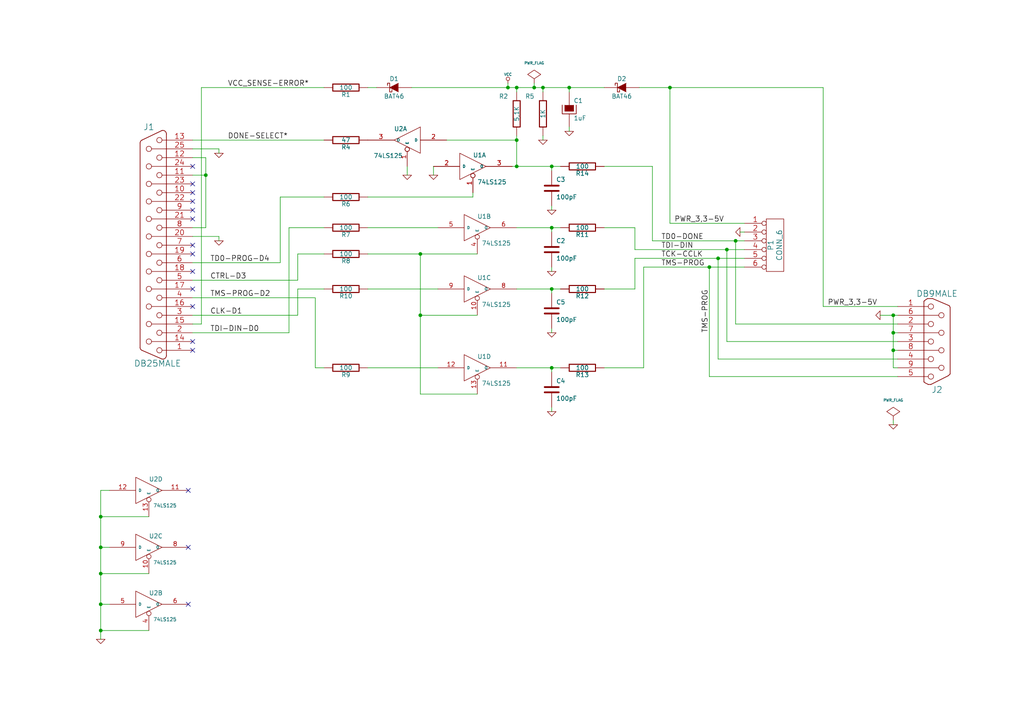
<source format=kicad_sch>
(kicad_sch (version 20230121) (generator eeschema)
  (paper "A4")
  (title_block (title "PARALLEL CABLE III") (date "Sun 22 Mar 2015") (rev "1"))
  (lib_symbols
    (symbol "sonde-xilinx_schlib:74LS125" (pin_names (offset 0.762))
      (property "Reference" "U" (at 0 2.54 0))
      (property "Value" "74LS125" (at 1.27 -3.81 0))
      (symbol "74LS125_0_0"
        (pin power_in line (at -3.81 3.81 270) (length 0) hide (name "VCC") (number "14"))
        (pin power_in line (at -3.81 -3.81 90) (length 0) hide (name "GND") (number "7"))
      )
      (symbol "74LS125_0_1"
        (polyline (pts (xy -3.81 3.81) (xy -3.81 -3.81) (xy 3.81 0) (xy -3.81 3.81)))
      )
      (symbol "74LS125_1_0"
        (pin input inverted (at 0 -7.62 90) (length 5.588) (name "E") (number "1"))
      )
      (symbol "74LS125_1_1"
        (pin input line (at -11.43 0 0) (length 7.62) (name "D") (number "2"))
        (pin tri_state line (at 11.43 0 180) (length 7.62) (name "O") (number "3"))
      )
      (symbol "74LS125_2_0"
        (pin input inverted (at 0 -7.62 90) (length 5.588) (name "E") (number "4"))
      )
      (symbol "74LS125_2_1"
        (pin input line (at -11.43 0 0) (length 7.62) (name "D") (number "5"))
        (pin tri_state line (at 11.43 0 180) (length 7.62) (name "O") (number "6"))
      )
      (symbol "74LS125_3_0"
        (pin input inverted (at 0 -7.62 90) (length 5.588) (name "E") (number "10"))
      )
      (symbol "74LS125_3_1"
        (pin tri_state line (at 11.43 0 180) (length 7.62) (name "O") (number "8"))
        (pin input line (at -11.43 0 0) (length 7.62) (name "D") (number "9"))
      )
      (symbol "74LS125_4_0"
        (pin input inverted (at 0 -7.62 90) (length 5.588) (name "E") (number "13"))
      )
      (symbol "74LS125_4_1"
        (pin tri_state line (at 11.43 0 180) (length 7.62) (name "O") (number "11"))
        (pin input line (at -11.43 0 0) (length 7.62) (name "D") (number "12"))
      )
    )
    (symbol "sonde-xilinx_schlib:C" (pin_numbers hide) (pin_names (offset 0.254))
      (property "Reference" "C" (at 0 2.54 0))
      (property "Value" "C" (at 0.1524 -2.159 0))
      (symbol "C_0_1"
        (polyline (pts (xy -2.032 -0.762) (xy 2.032 -0.762)) (stroke (width 0.508)))
        (polyline (pts (xy -2.032 0.762) (xy 2.032 0.762)) (stroke (width 0.508)))
      )
      (symbol "C_1_1"
        (pin passive line (at 0 5.08 270) (length 4.318) (name "~") (number "1"))
        (pin passive line (at 0 -5.08 90) (length 4.318) (name "~") (number "2"))
      )
    )
    (symbol "sonde-xilinx_schlib:CONN_6" (pin_names (offset 0.762) hide)
      (property "Reference" "P" (at -1.27 0 90))
      (property "Value" "CONN_6" (at 1.27 0 90))
      (symbol "CONN_6_0_1"
        (rectangle (start -2.54 7.62) (end 2.54 -7.62))
      )
      (symbol "CONN_6_1_1"
        (pin passive inverted (at -8.89 6.35 0) (length 6.35) (name "1") (number "1"))
        (pin passive inverted (at -8.89 3.81 0) (length 6.35) (name "2") (number "2"))
        (pin passive inverted (at -8.89 1.27 0) (length 6.35) (name "3") (number "3"))
        (pin passive inverted (at -8.89 -1.27 0) (length 6.35) (name "4") (number "4"))
        (pin passive inverted (at -8.89 -3.81 0) (length 6.35) (name "5") (number "5"))
        (pin passive inverted (at -8.89 -6.35 0) (length 6.35) (name "6") (number "6"))
      )
    )
    (symbol "sonde-xilinx_schlib:CP" (pin_numbers hide) (pin_names (offset 0.254) hide)
      (property "Reference" "C" (at 1.27 2.54 0))
      (property "Value" "CP" (at 1.27 -2.54 0))
      (symbol "CP_0_1"
        (polyline (pts (xy -2.032 1.27) (xy -2.032 -1.27) (xy 2.032 -1.27) (xy 2.032 1.27)) (stroke (width 0.2032)))
        (polyline (pts (xy -1.27 1.27) (xy -1.27 -0.508) (xy 1.27 -0.508) (xy 1.27 1.27)) (fill (type outline)))
      )
      (symbol "CP_1_1"
        (pin passive line (at 0 5.08 270) (length 3.81) (name "~") (number "1"))
        (pin passive line (at 0 -5.08 90) (length 3.81) (name "~") (number "2"))
      )
    )
    (symbol "sonde-xilinx_schlib:DB25" (pin_names (offset 1.016) hide)
      (property "Reference" "J" (at 1.27 34.29 0))
      (property "Value" "DB25" (at -1.27 -34.29 0))
      (symbol "DB25_0_1"
        (arc (start -3.81 -32.004) (mid -3.4118 -32.8103) (end -2.54 -33.02) (stroke (width 0.2032)))
        (arc (start -2.54 33.274) (mid -3.4192 33.0712) (end -3.81 32.258) (stroke (width 0.2032)))
        (circle (center -1.778 -30.48) (radius 0.762))
        (circle (center -1.778 -25.4) (radius 0.762))
        (circle (center -1.778 -20.32) (radius 0.762))
        (circle (center -1.778 -15.24) (radius 0.762))
        (circle (center -1.778 -10.16) (radius 0.762))
        (circle (center -1.778 -5.08) (radius 0.762))
        (circle (center -1.778 0) (radius 0.762))
        (circle (center -1.778 5.08) (radius 0.762))
        (circle (center -1.778 10.16) (radius 0.762))
        (circle (center -1.778 15.24) (radius 0.762))
        (circle (center -1.778 20.32) (radius 0.762))
        (circle (center -1.778 25.4) (radius 0.762))
        (circle (center -1.778 30.48) (radius 0.762))
        (polyline (pts (xy -3.81 -32.004) (xy -3.81 32.258)) (stroke (width 0.2032)))
        (polyline (pts (xy -3.81 -30.48) (xy -2.54 -30.48)))
        (polyline (pts (xy -3.81 -27.94) (xy 0.508 -27.94)))
        (polyline (pts (xy -3.81 -25.4) (xy -2.54 -25.4)))
        (polyline (pts (xy -3.81 -22.86) (xy 0.508 -22.86)))
        (polyline (pts (xy -3.81 -20.32) (xy -2.54 -20.32)))
        (polyline (pts (xy -3.81 -17.78) (xy 0.508 -17.78)))
        (polyline (pts (xy -3.81 -15.24) (xy -2.54 -15.24)))
        (polyline (pts (xy -3.81 -12.7) (xy 0.508 -12.7)))
        (polyline (pts (xy -3.81 -10.16) (xy -2.54 -10.16)))
        (polyline (pts (xy -3.81 -7.62) (xy 0.508 -7.62)))
        (polyline (pts (xy -3.81 -5.08) (xy -2.54 -5.08)))
        (polyline (pts (xy -3.81 -2.54) (xy 0.508 -2.54)))
        (polyline (pts (xy -3.81 0) (xy -2.54 0)))
        (polyline (pts (xy -3.81 2.54) (xy 0.508 2.54)))
        (polyline (pts (xy -3.81 5.08) (xy -2.54 5.08)))
        (polyline (pts (xy -3.81 7.62) (xy 0.508 7.62)))
        (polyline (pts (xy -3.81 10.16) (xy -2.54 10.16)))
        (polyline (pts (xy -3.81 12.7) (xy 0.508 12.7)))
        (polyline (pts (xy -3.81 15.24) (xy -2.54 15.24)))
        (polyline (pts (xy -3.81 17.78) (xy 0.508 17.78)))
        (polyline (pts (xy -3.81 20.32) (xy -2.54 20.32)))
        (polyline (pts (xy -3.81 22.86) (xy 0.508 22.86)))
        (polyline (pts (xy -3.81 25.4) (xy -2.54 25.4)))
        (polyline (pts (xy -3.81 27.94) (xy 0.508 27.94)))
        (polyline (pts (xy -3.81 30.48) (xy -2.54 30.48)))
        (polyline (pts (xy -2.54 -33.02) (xy 3.302 -30.48)) (stroke (width 0.2032)))
        (polyline (pts (xy 3.302 30.48) (xy -2.54 33.274)) (stroke (width 0.2032)))
        (polyline (pts (xy 3.81 -29.718) (xy 3.81 29.718)) (stroke (width 0.2032)))
        (circle (center 1.27 -27.94) (radius 0.762))
        (circle (center 1.27 -22.86) (radius 0.762))
        (circle (center 1.27 -17.78) (radius 0.762))
        (circle (center 1.27 -12.7) (radius 0.762))
        (circle (center 1.27 -7.62) (radius 0.762))
        (circle (center 1.27 -2.54) (radius 0.762))
        (circle (center 1.27 2.54) (radius 0.762))
        (circle (center 1.27 7.62) (radius 0.762))
        (circle (center 1.27 12.7) (radius 0.762))
        (circle (center 1.27 17.78) (radius 0.762))
        (circle (center 1.27 22.86) (radius 0.762))
        (circle (center 1.27 27.94) (radius 0.762))
        (arc (start 3.302 -30.48) (mid 3.6653 -30.1718) (end 3.81 -29.718) (stroke (width 0.2032)))
        (arc (start 3.7846 29.718) (mid 3.654 30.1598) (end 3.302 30.4546) (stroke (width 0.2032)))
      )
      (symbol "DB25_1_1"
        (pin passive line (at -11.43 -30.48 0) (length 7.62) (name "1") (number "1"))
        (pin passive line (at -11.43 15.24 0) (length 7.62) (name "10") (number "10"))
        (pin passive line (at -11.43 20.32 0) (length 7.62) (name "11") (number "11"))
        (pin passive line (at -11.43 25.4 0) (length 7.62) (name "12") (number "12"))
        (pin passive line (at -11.43 30.48 0) (length 7.62) (name "13") (number "13"))
        (pin passive line (at -11.43 -27.94 0) (length 7.62) (name "P14") (number "14"))
        (pin passive line (at -11.43 -22.86 0) (length 7.62) (name "P15") (number "15"))
        (pin passive line (at -11.43 -17.78 0) (length 7.62) (name "P16") (number "16"))
        (pin passive line (at -11.43 -12.7 0) (length 7.62) (name "P17") (number "17"))
        (pin passive line (at -11.43 -7.62 0) (length 7.62) (name "P18") (number "18"))
        (pin passive line (at -11.43 -2.54 0) (length 7.62) (name "P19") (number "19"))
        (pin passive line (at -11.43 -25.4 0) (length 7.62) (name "2") (number "2"))
        (pin passive line (at -11.43 2.54 0) (length 7.62) (name "P20") (number "20"))
        (pin passive line (at -11.43 7.62 0) (length 7.62) (name "P21") (number "21"))
        (pin passive line (at -11.43 12.7 0) (length 7.62) (name "P22") (number "22"))
        (pin passive line (at -11.43 17.78 0) (length 7.62) (name "P23") (number "23"))
        (pin passive line (at -11.43 22.86 0) (length 7.62) (name "P24") (number "24"))
        (pin passive line (at -11.43 27.94 0) (length 7.62) (name "P25") (number "25"))
        (pin passive line (at -11.43 -20.32 0) (length 7.62) (name "3") (number "3"))
        (pin passive line (at -11.43 -15.24 0) (length 7.62) (name "4") (number "4"))
        (pin passive line (at -11.43 -10.16 0) (length 7.62) (name "5") (number "5"))
        (pin passive line (at -11.43 -5.08 0) (length 7.62) (name "6") (number "6"))
        (pin passive line (at -11.43 0 0) (length 7.62) (name "7") (number "7"))
        (pin passive line (at -11.43 5.08 0) (length 7.62) (name "8") (number "8"))
        (pin passive line (at -11.43 10.16 0) (length 7.62) (name "9") (number "9"))
      )
    )
    (symbol "sonde-xilinx_schlib:DB9" (pin_names (offset 1.016) hide)
      (property "Reference" "J" (at 0 13.97 0))
      (property "Value" "DB9" (at 0 -13.97 0))
      (symbol "DB9_0_1"
        (circle (center -1.778 -10.16) (radius 0.762))
        (circle (center -1.778 -5.08) (radius 0.762))
        (circle (center -1.778 0) (radius 0.762))
        (circle (center -1.778 5.08) (radius 0.762))
        (circle (center -1.778 10.16) (radius 0.762))
        (polyline (pts (xy -3.81 -11.684) (xy -3.81 11.684)) (stroke (width 0.2032)))
        (polyline (pts (xy -3.81 -11.6586) (xy -3.556 -11.938)) (stroke (width 0.2032)))
        (polyline (pts (xy -3.81 -10.16) (xy -2.54 -10.16)))
        (polyline (pts (xy -3.81 -7.62) (xy 0.508 -7.62)))
        (polyline (pts (xy -3.81 -5.08) (xy -2.54 -5.08)))
        (polyline (pts (xy -3.81 -2.54) (xy 0.508 -2.54)))
        (polyline (pts (xy -3.81 0) (xy -2.54 0)))
        (polyline (pts (xy -3.81 2.54) (xy 0.508 2.54)))
        (polyline (pts (xy -3.81 5.08) (xy -2.54 5.08)))
        (polyline (pts (xy -3.81 7.62) (xy 0.508 7.62)))
        (polyline (pts (xy -3.81 10.16) (xy -2.54 10.16)))
        (polyline (pts (xy -3.556 -11.938) (xy -2.794 -12.446)) (stroke (width 0.2032)))
        (polyline (pts (xy -3.556 11.938) (xy -3.81 11.684)) (stroke (width 0.2032)))
        (polyline (pts (xy -3.556 11.938) (xy -2.54 12.446)) (stroke (width 0.2032)))
        (polyline (pts (xy -2.794 -12.446) (xy -1.27 -12.446)) (stroke (width 0.2032)))
        (polyline (pts (xy -2.54 12.446) (xy -1.778 12.446)) (stroke (width 0.2032)))
        (polyline (pts (xy 3.2766 9.906) (xy -1.778 12.446)) (stroke (width 0.2032)))
        (polyline (pts (xy 3.2766 9.906) (xy 3.81 9.398)) (stroke (width 0.2032)))
        (polyline (pts (xy 3.556 -10.3886) (xy -1.27 -12.446)) (stroke (width 0.2032)))
        (polyline (pts (xy 3.81 -9.906) (xy 3.556 -10.3886)) (stroke (width 0.2032)))
        (polyline (pts (xy 3.81 9.398) (xy 3.81 -9.906)) (stroke (width 0.2032)))
        (circle (center 1.27 -7.62) (radius 0.762))
        (circle (center 1.27 -2.54) (radius 0.762))
        (circle (center 1.27 2.54) (radius 0.762))
        (circle (center 1.27 7.62) (radius 0.762))
      )
      (symbol "DB9_1_1"
        (pin passive line (at -11.43 -10.16 0) (length 7.62) (name "1") (number "1"))
        (pin passive line (at -11.43 -5.08 0) (length 7.62) (name "2") (number "2"))
        (pin passive line (at -11.43 0 0) (length 7.62) (name "3") (number "3"))
        (pin passive line (at -11.43 5.08 0) (length 7.62) (name "4") (number "4"))
        (pin passive line (at -11.43 10.16 0) (length 7.62) (name "5") (number "5"))
        (pin passive line (at -11.43 -7.62 0) (length 7.62) (name "P6") (number "6"))
        (pin passive line (at -11.43 -2.54 0) (length 7.62) (name "P7") (number "7"))
        (pin passive line (at -11.43 2.54 0) (length 7.62) (name "P8") (number "8"))
        (pin passive line (at -11.43 7.62 0) (length 7.62) (name "P9") (number "9"))
      )
    )
    (symbol "sonde-xilinx_schlib:DIODESCH" (pin_numbers hide) (pin_names (offset 1.016) hide)
      (property "Reference" "D" (at 0 2.54 0))
      (property "Value" "DIODESCH" (at 0 -2.54 0))
      (symbol "DIODESCH_0_1"
        (polyline (pts (xy -1.27 1.27) (xy 1.27 0) (xy -1.27 -1.27)) (fill (type outline)))
        (polyline (pts (xy 1.905 0.635) (xy 1.905 1.27) (xy 1.27 1.27) (xy 1.27 -1.27) (xy 0.635 -1.27) (xy 0.635 -0.635)) (stroke (width 0.2032)))
      )
      (symbol "DIODESCH_1_1"
        (pin passive line (at -5.08 0 0) (length 3.81) (name "A") (number "1"))
        (pin passive line (at 5.08 0 180) (length 3.81) (name "K") (number "2"))
      )
    )
    (symbol "sonde-xilinx_schlib:GND" (power) (pin_names (offset 0))
      (symbol "GND_0_1"
        (polyline (pts (xy -1.27 0) (xy 0 -1.27) (xy 1.27 0) (xy -1.27 0)))
      )
      (symbol "GND_1_1"
        (pin power_in line (at 0 0 90) (length 0) hide (name "GND") (number "1"))
      )
    )
    (symbol "sonde-xilinx_schlib:PWR_FLAG" (power) (pin_numbers hide) (pin_names (offset 0) hide)
      (property "Value" "PWR_FLAG" (at 0 4.572 0))
      (symbol "PWR_FLAG_0_0"
        (pin power_out line (at 0 0 90) (length 0) (name "pwr") (number "1"))
      )
      (symbol "PWR_FLAG_0_1"
        (polyline (pts (xy 0 0) (xy 0 1.27) (xy -1.905 2.54) (xy 0 3.81) (xy 1.905 2.54) (xy 0 1.27)))
      )
    )
    (symbol "sonde-xilinx_schlib:R" (pin_numbers hide) (pin_names (offset 0))
      (property "Reference" "R" (at 2.032 0 90))
      (property "Value" "R" (at 0.1778 0.0254 90))
      (symbol "R_0_1"
        (rectangle (start -1.016 3.81) (end 1.016 -3.81) (stroke (width 0.3048)))
      )
      (symbol "R_1_1"
        (pin passive line (at 0 6.35 270) (length 2.54) (name "~") (number "1"))
        (pin passive line (at 0 -6.35 90) (length 2.54) (name "~") (number "2"))
      )
    )
    (symbol "sonde-xilinx_schlib:VCC" (power) (pin_names (offset 0))
      (property "Value" "VCC" (at 0 2.54 0))
      (symbol "VCC_0_0"
        (pin power_in line (at 0 0 90) (length 0) hide (name "VCC") (number "1"))
      )
      (symbol "VCC_0_1"
        (polyline (pts (xy 0 0) (xy 0 0.762) (xy 0 0.762)))
        (circle (center 0 1.27) (radius 0.508))
      )
    )
  )
  (junction (at 121.92 73.66))
  (junction (at 29.21 158.75))
  (junction (at 259.08 91.44))
  (junction (at 160.02 66.04))
  (junction (at 121.92 91.44))
  (junction (at 213.36 69.85))
  (junction (at 194.31 25.4))
  (junction (at 208.28 74.93))
  (junction (at 157.48 25.4))
  (junction (at 165.1 25.4))
  (junction (at 259.08 96.52))
  (junction (at 149.86 40.64))
  (junction (at 160.02 83.82))
  (junction (at 154.94 25.4))
  (junction (at 29.21 166.37))
  (junction (at 210.82 72.39))
  (junction (at 29.21 175.26))
  (junction (at 160.02 48.26))
  (junction (at 147.32 25.4))
  (junction (at 59.69 50.8))
  (junction (at 149.86 25.4))
  (junction (at 205.74 77.47))
  (junction (at 259.08 101.6))
  (junction (at 160.02 106.68))
  (junction (at 149.86 48.26))
  (junction (at 29.21 182.88))
  (junction (at 29.21 149.86))
  (no_connect (at 55.88 71.12))
  (no_connect (at 54.61 158.75))
  (no_connect (at 55.88 58.42))
  (no_connect (at 55.88 63.5))
  (no_connect (at 55.88 99.06))
  (no_connect (at 55.88 88.9))
  (no_connect (at 54.61 175.26))
  (no_connect (at 55.88 53.34))
  (no_connect (at 55.88 48.26))
  (no_connect (at 55.88 101.6))
  (no_connect (at 55.88 73.66))
  (no_connect (at 55.88 60.96))
  (no_connect (at 55.88 83.82))
  (no_connect (at 55.88 55.88))
  (no_connect (at 54.61 142.24))
  (no_connect (at 55.88 78.74))
  (wire (pts (xy 119.38 25.4) (xy 147.32 25.4)))
  (wire (pts (xy 55.88 81.28) (xy 86.36 81.28)))
  (wire (pts (xy 29.21 166.37) (xy 43.18 166.37)))
  (wire (pts (xy 138.43 91.44) (xy 121.92 91.44)))
  (wire (pts (xy 238.76 25.4) (xy 238.76 88.9)))
  (wire (pts (xy 260.35 93.98) (xy 213.36 93.98)))
  (wire (pts (xy 208.28 104.14) (xy 208.28 74.93)))
  (wire (pts (xy 29.21 175.26) (xy 31.75 175.26)))
  (wire (pts (xy 160.02 78.74) (xy 160.02 77.47)))
  (wire (pts (xy 184.15 74.93) (xy 208.28 74.93)))
  (wire (pts (xy 184.15 66.04) (xy 175.26 66.04)))
  (wire (pts (xy 260.35 88.9) (xy 238.76 88.9)))
  (wire (pts (xy 29.21 182.88) (xy 43.18 182.88)))
  (wire (pts (xy 129.54 40.64) (xy 149.86 40.64)))
  (wire (pts (xy 63.5 44.45) (xy 63.5 43.18)))
  (wire (pts (xy 29.21 158.75) (xy 31.75 158.75)))
  (wire (pts (xy 127 106.68) (xy 106.68 106.68)))
  (wire (pts (xy 55.88 91.44) (xy 86.36 91.44)))
  (wire (pts (xy 149.86 40.64) (xy 149.86 48.26)))
  (wire (pts (xy 259.08 101.6) (xy 259.08 106.68)))
  (wire (pts (xy 149.86 83.82) (xy 160.02 83.82)))
  (wire (pts (xy 55.88 40.64) (xy 93.98 40.64)))
  (wire (pts (xy 63.5 69.85) (xy 63.5 68.58)))
  (wire (pts (xy 160.02 83.82) (xy 162.56 83.82)))
  (wire (pts (xy 194.31 25.4) (xy 238.76 25.4)))
  (wire (pts (xy 137.16 57.15) (xy 137.16 55.88)))
  (wire (pts (xy 149.86 66.04) (xy 160.02 66.04)))
  (wire (pts (xy 259.08 123.19) (xy 259.08 121.92)))
  (wire (pts (xy 154.94 24.13) (xy 154.94 25.4)))
  (wire (pts (xy 63.5 68.58) (xy 55.88 68.58)))
  (wire (pts (xy 55.88 96.52) (xy 83.82 96.52)))
  (wire (pts (xy 147.32 25.4) (xy 147.32 24.13)))
  (wire (pts (xy 86.36 83.82) (xy 93.98 83.82)))
  (wire (pts (xy 175.26 106.68) (xy 186.69 106.68)))
  (wire (pts (xy 260.35 96.52) (xy 259.08 96.52)))
  (wire (pts (xy 160.02 48.26) (xy 160.02 49.53)))
  (wire (pts (xy 93.98 106.68) (xy 91.44 106.68)))
  (wire (pts (xy 260.35 104.14) (xy 208.28 104.14)))
  (wire (pts (xy 160.02 107.95) (xy 160.02 106.68)))
  (wire (pts (xy 43.18 149.86) (xy 29.21 149.86)))
  (wire (pts (xy 205.74 77.47) (xy 215.9 77.47)))
  (wire (pts (xy 213.36 69.85) (xy 215.9 69.85)))
  (wire (pts (xy 160.02 85.09) (xy 160.02 83.82)))
  (wire (pts (xy 165.1 38.1) (xy 165.1 36.83)))
  (wire (pts (xy 29.21 142.24) (xy 29.21 149.86)))
  (wire (pts (xy 189.23 69.85) (xy 213.36 69.85)))
  (wire (pts (xy 184.15 83.82) (xy 175.26 83.82)))
  (wire (pts (xy 86.36 73.66) (xy 93.98 73.66)))
  (wire (pts (xy 29.21 166.37) (xy 29.21 175.26)))
  (wire (pts (xy 205.74 109.22) (xy 205.74 77.47)))
  (wire (pts (xy 259.08 91.44) (xy 259.08 96.52)))
  (wire (pts (xy 149.86 25.4) (xy 154.94 25.4)))
  (wire (pts (xy 208.28 74.93) (xy 215.9 74.93)))
  (wire (pts (xy 91.44 106.68) (xy 91.44 86.36)))
  (wire (pts (xy 149.86 48.26) (xy 160.02 48.26)))
  (wire (pts (xy 106.68 73.66) (xy 121.92 73.66)))
  (wire (pts (xy 186.69 106.68) (xy 186.69 77.47)))
  (wire (pts (xy 55.88 76.2) (xy 81.28 76.2)))
  (wire (pts (xy 83.82 96.52) (xy 83.82 66.04)))
  (wire (pts (xy 148.59 48.26) (xy 149.86 48.26)))
  (wire (pts (xy 29.21 175.26) (xy 29.21 182.88)))
  (wire (pts (xy 121.92 73.66) (xy 138.43 73.66)))
  (wire (pts (xy 259.08 96.52) (xy 259.08 101.6)))
  (wire (pts (xy 109.22 25.4) (xy 106.68 25.4)))
  (wire (pts (xy 63.5 43.18) (xy 55.88 43.18)))
  (wire (pts (xy 260.35 109.22) (xy 205.74 109.22)))
  (wire (pts (xy 121.92 91.44) (xy 121.92 114.3)))
  (wire (pts (xy 55.88 50.8) (xy 59.69 50.8)))
  (wire (pts (xy 59.69 45.72) (xy 55.88 45.72)))
  (wire (pts (xy 59.69 50.8) (xy 59.69 66.04)))
  (wire (pts (xy 59.69 45.72) (xy 59.69 50.8)))
  (wire (pts (xy 125.73 48.26) (xy 125.73 50.8)))
  (wire (pts (xy 58.42 25.4) (xy 58.42 93.98)))
  (wire (pts (xy 184.15 72.39) (xy 184.15 66.04)))
  (wire (pts (xy 29.21 158.75) (xy 29.21 166.37)))
  (wire (pts (xy 147.32 25.4) (xy 149.86 25.4)))
  (wire (pts (xy 160.02 60.96) (xy 160.02 59.69)))
  (wire (pts (xy 184.15 74.93) (xy 184.15 83.82)))
  (wire (pts (xy 214.63 67.31) (xy 215.9 67.31)))
  (wire (pts (xy 184.15 72.39) (xy 210.82 72.39)))
  (wire (pts (xy 157.48 25.4) (xy 157.48 26.67)))
  (wire (pts (xy 81.28 57.15) (xy 93.98 57.15)))
  (wire (pts (xy 185.42 25.4) (xy 194.31 25.4)))
  (wire (pts (xy 149.86 25.4) (xy 149.86 26.67)))
  (wire (pts (xy 259.08 101.6) (xy 260.35 101.6)))
  (wire (pts (xy 160.02 66.04) (xy 162.56 66.04)))
  (wire (pts (xy 58.42 93.98) (xy 55.88 93.98)))
  (wire (pts (xy 160.02 48.26) (xy 162.56 48.26)))
  (wire (pts (xy 210.82 72.39) (xy 215.9 72.39)))
  (wire (pts (xy 259.08 91.44) (xy 260.35 91.44)))
  (wire (pts (xy 213.36 93.98) (xy 213.36 69.85)))
  (wire (pts (xy 83.82 66.04) (xy 93.98 66.04)))
  (wire (pts (xy 106.68 57.15) (xy 137.16 57.15)))
  (wire (pts (xy 160.02 95.25) (xy 160.02 96.52)))
  (wire (pts (xy 86.36 91.44) (xy 86.36 83.82)))
  (wire (pts (xy 29.21 149.86) (xy 29.21 158.75)))
  (wire (pts (xy 189.23 69.85) (xy 189.23 48.26)))
  (wire (pts (xy 29.21 182.88) (xy 29.21 185.42)))
  (wire (pts (xy 118.11 50.8) (xy 118.11 48.26)))
  (wire (pts (xy 121.92 73.66) (xy 121.92 91.44)))
  (wire (pts (xy 189.23 48.26) (xy 175.26 48.26)))
  (wire (pts (xy 157.48 40.64) (xy 157.48 39.37)))
  (wire (pts (xy 149.86 106.68) (xy 160.02 106.68)))
  (wire (pts (xy 29.21 142.24) (xy 31.75 142.24)))
  (wire (pts (xy 160.02 67.31) (xy 160.02 66.04)))
  (wire (pts (xy 157.48 25.4) (xy 165.1 25.4)))
  (wire (pts (xy 59.69 66.04) (xy 55.88 66.04)))
  (wire (pts (xy 260.35 99.06) (xy 210.82 99.06)))
  (wire (pts (xy 160.02 118.11) (xy 160.02 119.38)))
  (wire (pts (xy 81.28 76.2) (xy 81.28 57.15)))
  (wire (pts (xy 91.44 86.36) (xy 55.88 86.36)))
  (wire (pts (xy 127 66.04) (xy 106.68 66.04)))
  (wire (pts (xy 259.08 106.68) (xy 260.35 106.68)))
  (wire (pts (xy 160.02 106.68) (xy 162.56 106.68)))
  (wire (pts (xy 165.1 25.4) (xy 165.1 26.67)))
  (wire (pts (xy 149.86 39.37) (xy 149.86 40.64)))
  (wire (pts (xy 127 83.82) (xy 106.68 83.82)))
  (wire (pts (xy 86.36 81.28) (xy 86.36 73.66)))
  (wire (pts (xy 58.42 25.4) (xy 93.98 25.4)))
  (wire (pts (xy 210.82 99.06) (xy 210.82 72.39)))
  (wire (pts (xy 255.27 91.44) (xy 259.08 91.44)))
  (wire (pts (xy 165.1 25.4) (xy 175.26 25.4)))
  (wire (pts (xy 121.92 114.3) (xy 138.43 114.3)))
  (wire (pts (xy 154.94 25.4) (xy 157.48 25.4)))
  (wire (pts (xy 186.69 77.47) (xy 205.74 77.47)))
  (wire (pts (xy 215.9 64.77) (xy 194.31 64.77)))
  (wire (pts (xy 194.31 64.77) (xy 194.31 25.4)))
  (label "TDI-DIN-D0" (at 60.96 96.52 0) (effects (font (size 1.524 1.524))))
  (label "TD0-PROG-D4" (at 60.96 76.2 0) (effects (font (size 1.524 1.524))))
  (label "TMS-PROG-D2" (at 60.96 86.36 0) (effects (font (size 1.524 1.524))))
  (label "TMS-PROG" (at 205.74 96.52 90) (effects (font (size 1.524 1.524))))
  (label "CTRL-D3" (at 60.96 81.28 0) (effects (font (size 1.524 1.524))))
  (label "PWR_3,3-5V" (at 195.58 64.77 0) (effects (font (size 1.524 1.524))))
  (label "TCK-CCLK" (at 191.77 74.93 0) (effects (font (size 1.524 1.524))))
  (label "TD0-DONE" (at 191.77 69.85 0) (effects (font (size 1.524 1.524))))
  (label "PWR_3,3-5V" (at 240.03 88.9 0) (effects (font (size 1.524 1.524))))
  (label "TMS-PROG" (at 191.77 77.47 0) (effects (font (size 1.524 1.524))))
  (label "DONE-SELECT*" (at 66.04 40.64 0) (effects (font (size 1.524 1.524))))
  (label "CLK-D1" (at 60.96 91.44 0) (effects (font (size 1.524 1.524))))
  (label "VCC_SENSE-ERROR*" (at 66.04 25.4 0) (effects (font (size 1.524 1.524))))
  (label "TDI-DIN" (at 191.77 72.39 0) (effects (font (size 1.524 1.524))))
  (symbol (lib_id "sonde-xilinx_schlib:DB25") (at 44.45 71.12 0) (mirror y) (unit 1)
    (property "Reference" "J1" (at 43.18 36.83 0) (effects (font (size 1.778 1.778))))
    (property "Value" "DB25MALE" (at 45.72 105.41 0) (effects (font (size 1.778 1.778))))
    (property "Footprint" "Connect:DB25M_CI" (effects hide))
  )
  (symbol (lib_id "sonde-xilinx_schlib:R") (at 100.33 25.4 270) (unit 1)
    (property "Reference" "R1" (at 100.33 27.432 90))
    (property "Value" "100" (at 100.33 25.4 90))
    (property "Footprint" "Discret:R4" (effects hide))
  )
  (symbol (lib_id "sonde-xilinx_schlib:R") (at 100.33 40.64 270) (unit 1)
    (property "Reference" "R4" (at 100.33 42.672 90))
    (property "Value" "47" (at 100.33 40.64 90))
    (property "Footprint" "Discret:R4" (effects hide))
  )
  (symbol (lib_id "sonde-xilinx_schlib:R") (at 100.33 57.15 270) (unit 1)
    (property "Reference" "R6" (at 100.33 59.182 90))
    (property "Value" "100" (at 100.33 57.15 90))
    (property "Footprint" "Discret:R4" (effects hide))
  )
  (symbol (lib_id "sonde-xilinx_schlib:R") (at 100.33 83.82 270) (unit 1)
    (property "Reference" "R10" (at 100.33 85.852 90))
    (property "Value" "100" (at 100.33 83.82 90))
    (property "Footprint" "Discret:R4" (effects hide))
  )
  (symbol (lib_id "sonde-xilinx_schlib:R") (at 100.33 106.68 270) (unit 1)
    (property "Reference" "R9" (at 100.33 108.712 90))
    (property "Value" "100" (at 100.33 106.68 90))
    (property "Footprint" "Discret:R4" (effects hide))
  )
  (symbol (lib_id "sonde-xilinx_schlib:74LS125") (at 118.11 40.64 0) (mirror y) (unit 1)
    (property "Reference" "U2" (at 118.11 38.1 0) (effects (justify left bottom)))
    (property "Value" "74LS125" (at 116.84 44.45 0) (effects (justify left top)))
    (property "Footprint" "Sockets_DIP:DIP-14__300_ELL" (effects hide))
  )
  (symbol (lib_id "sonde-xilinx_schlib:74LS125") (at 137.16 48.26 0) (unit 1)
    (property "Reference" "U1" (at 137.16 45.72 0) (effects (justify left bottom)))
    (property "Value" "74LS125" (at 138.43 52.07 0) (effects (justify left top)))
    (property "Footprint" "Sockets_DIP:DIP-14__300_ELL" (effects hide))
  )
  (symbol (lib_id "sonde-xilinx_schlib:74LS125") (at 138.43 66.04 0) (unit 2)
    (property "Reference" "U1" (at 138.43 63.5 0) (effects (justify left bottom)))
    (property "Value" "74LS125" (at 139.7 69.8246 0) (effects (justify left top)))
    (property "Footprint" "Sockets_DIP:DIP-14__300_ELL" (effects hide))
  )
  (symbol (lib_id "sonde-xilinx_schlib:74LS125") (at 138.43 83.82 0) (unit 3)
    (property "Reference" "U1" (at 138.43 81.28 0) (effects (justify left bottom)))
    (property "Value" "74LS125" (at 139.7 87.6046 0) (effects (justify left top)))
    (property "Footprint" "Sockets_DIP:DIP-14__300_ELL" (effects hide))
  )
  (symbol (lib_id "sonde-xilinx_schlib:74LS125") (at 138.43 106.68 0) (unit 4)
    (property "Reference" "U1" (at 138.43 104.14 0) (effects (justify left bottom)))
    (property "Value" "74LS125" (at 139.7 110.4646 0) (effects (justify left top)))
    (property "Footprint" "Sockets_DIP:DIP-14__300_ELL" (effects hide))
  )
  (symbol (lib_id "sonde-xilinx_schlib:74LS125") (at 43.18 175.26 0) (unit 2)
    (property "Reference" "U2" (at 43.18 172.72 0) (effects (justify left bottom)))
    (property "Value" "74LS125" (at 44.45 179.07 0) (effects (font (size 1.016 1.016)) (justify left top)))
    (property "Footprint" "Sockets_DIP:DIP-14__300_ELL" (effects hide))
  )
  (symbol (lib_id "sonde-xilinx_schlib:74LS125") (at 43.18 158.75 0) (unit 3)
    (property "Reference" "U2" (at 43.18 156.21 0) (effects (justify left bottom)))
    (property "Value" "74LS125" (at 44.45 162.56 0) (effects (font (size 1.016 1.016)) (justify left top)))
    (property "Footprint" "Sockets_DIP:DIP-14__300_ELL" (effects hide))
  )
  (symbol (lib_id "sonde-xilinx_schlib:74LS125") (at 43.18 142.24 0) (unit 4)
    (property "Reference" "U2" (at 43.18 139.7 0) (effects (justify left bottom)))
    (property "Value" "74LS125" (at 44.45 146.05 0) (effects (font (size 1.016 1.016)) (justify left top)))
    (property "Footprint" "Sockets_DIP:DIP-14__300_ELL" (effects hide))
  )
  (symbol (lib_id "sonde-xilinx_schlib:GND") (at 29.21 185.42 0) (unit 1)
    (property "Reference" "#PWR016" (effects hide))
    (property "Value" "GND" (effects hide))
  )
  (symbol (lib_id "sonde-xilinx_schlib:GND") (at 118.11 50.8 0) (unit 1)
    (property "Reference" "#PWR015" (effects hide))
    (property "Value" "GND" (effects hide))
  )
  (symbol (lib_id "sonde-xilinx_schlib:GND") (at 63.5 44.45 0) (unit 1)
    (property "Reference" "#PWR014" (effects hide))
    (property "Value" "GND" (effects hide))
  )
  (symbol (lib_id "sonde-xilinx_schlib:DIODESCH") (at 114.3 25.4 0) (mirror y) (unit 1)
    (property "Reference" "D1" (at 114.3 22.86 0))
    (property "Value" "BAT46" (at 114.3 27.94 0))
    (property "Footprint" "Discret:D3" (effects hide))
  )
  (symbol (lib_id "sonde-xilinx_schlib:DIODESCH") (at 180.34 25.4 0) (mirror y) (unit 1)
    (property "Reference" "D2" (at 180.34 22.86 0))
    (property "Value" "BAT46" (at 180.34 27.94 0))
    (property "Footprint" "Discret:D3" (effects hide))
  )
  (symbol (lib_id "sonde-xilinx_schlib:R") (at 149.86 33.02 0) (unit 1)
    (property "Reference" "R2" (at 146.05 27.94 0))
    (property "Value" "5,1K" (at 149.86 33.02 90))
    (property "Footprint" "Discret:R4" (effects hide))
  )
  (symbol (lib_id "sonde-xilinx_schlib:R") (at 157.48 33.02 0) (unit 1)
    (property "Reference" "R5" (at 153.67 27.94 0))
    (property "Value" "1K" (at 157.48 33.02 90))
    (property "Footprint" "Discret:R4" (effects hide))
  )
  (symbol (lib_id "sonde-xilinx_schlib:R") (at 168.91 48.26 270) (unit 1)
    (property "Reference" "R14" (at 168.91 50.292 90))
    (property "Value" "100" (at 168.91 48.26 90))
    (property "Footprint" "Discret:R4" (effects hide))
  )
  (symbol (lib_id "sonde-xilinx_schlib:C") (at 160.02 113.03 0) (unit 1)
    (property "Reference" "C4" (at 161.29 110.49 0) (effects (justify left)))
    (property "Value" "100pF" (at 161.29 115.57 0) (effects (justify left)))
    (property "Footprint" "Discret:C2" (effects hide))
  )
  (symbol (lib_id "sonde-xilinx_schlib:GND") (at 160.02 119.38 0) (unit 1)
    (property "Reference" "#PWR01" (effects hide))
    (property "Value" "GND" (effects hide))
  )
  (symbol (lib_id "sonde-xilinx_schlib:GND") (at 157.48 40.64 0) (unit 1)
    (property "Reference" "#PWR012" (effects hide))
    (property "Value" "GND" (effects hide))
  )
  (symbol (lib_id "sonde-xilinx_schlib:CP") (at 165.1 31.75 0) (unit 1)
    (property "Reference" "C1" (at 166.37 29.21 0) (effects (justify left)))
    (property "Value" "1uF" (at 166.37 34.2646 0) (effects (justify left)))
    (property "Footprint" "Discret:CP5" (effects hide))
  )
  (symbol (lib_id "sonde-xilinx_schlib:GND") (at 165.1 38.1 0) (unit 1)
    (property "Reference" "#PWR09" (effects hide))
    (property "Value" "GND" (effects hide))
  )
  (symbol (lib_id "sonde-xilinx_schlib:CONN_6") (at 224.79 71.12 0) (unit 1)
    (property "Reference" "P1" (at 223.52 71.12 90) (effects (font (size 1.524 1.524))))
    (property "Value" "CONN_6" (at 226.06 71.12 90) (effects (font (size 1.524 1.524))))
    (property "Footprint" "Connect:bornier6" (effects hide))
  )
  (symbol (lib_id "sonde-xilinx_schlib:GND") (at 214.63 67.31 270) (unit 1)
    (property "Reference" "#PWR08" (effects hide))
    (property "Value" "GND" (effects hide))
  )
  (symbol (lib_id "sonde-xilinx_schlib:PWR_FLAG") (at 259.08 121.92 0) (unit 1)
    (property "Reference" "#FLG05" (effects hide))
    (property "Value" "PWR_FLAG" (at 259.08 116.078 0) (effects (font (size 0.762 0.762))))
  )
  (symbol (lib_id "sonde-xilinx_schlib:GND") (at 259.08 123.19 0) (unit 1)
    (property "Reference" "#PWR04" (effects hide))
    (property "Value" "GND" (effects hide))
  )
  (symbol (lib_id "sonde-xilinx_schlib:VCC") (at 147.32 24.13 0) (unit 1)
    (property "Reference" "#PWR03" (effects hide))
    (property "Value" "VCC" (at 147.32 21.59 0) (effects (font (size 0.762 0.762))))
  )
  (symbol (lib_id "sonde-xilinx_schlib:PWR_FLAG") (at 154.94 24.13 0) (unit 1)
    (property "Reference" "#FLG02" (effects hide))
    (property "Value" "PWR_FLAG" (at 154.94 18.288 0) (effects (font (size 0.762 0.762))))
  )
  (symbol (lib_id "sonde-xilinx_schlib:DB9") (at 271.78 99.06 0) (mirror x) (unit 1)
    (property "Reference" "J2" (at 271.78 113.03 0) (effects (font (size 1.778 1.778))))
    (property "Value" "DB9MALE" (at 271.78 85.1662 0) (effects (font (size 1.778 1.778))))
    (property "Footprint" "Connect:DB9M_CI_INVERT" (effects hide))
  )
  (symbol (lib_id "sonde-xilinx_schlib:R") (at 168.91 66.04 270) (unit 1)
    (property "Reference" "R11" (at 168.91 68.072 90))
    (property "Value" "100" (at 168.91 66.04 90))
    (property "Footprint" "Discret:R4" (effects hide))
  )
  (symbol (lib_id "sonde-xilinx_schlib:R") (at 100.33 66.04 270) (unit 1)
    (property "Reference" "R7" (at 100.33 68.072 90))
    (property "Value" "100" (at 100.33 66.04 90))
    (property "Footprint" "Discret:R4" (effects hide))
  )
  (symbol (lib_id "sonde-xilinx_schlib:R") (at 100.33 73.66 270) (unit 1)
    (property "Reference" "R8" (at 100.33 75.692 90))
    (property "Value" "100" (at 100.33 73.66 90))
    (property "Footprint" "Discret:R4" (effects hide))
  )
  (symbol (lib_id "sonde-xilinx_schlib:GND") (at 63.5 69.85 0) (unit 1)
    (property "Reference" "#PWR06" (effects hide))
    (property "Value" "GND" (effects hide))
  )
  (symbol (lib_id "sonde-xilinx_schlib:R") (at 168.91 106.68 270) (unit 1)
    (property "Reference" "R13" (at 168.91 108.712 90))
    (property "Value" "100" (at 168.91 106.68 90))
    (property "Footprint" "Discret:R4" (effects hide))
  )
  (symbol (lib_id "sonde-xilinx_schlib:R") (at 168.91 83.82 270) (unit 1)
    (property "Reference" "R12" (at 168.91 85.852 90))
    (property "Value" "100" (at 168.91 83.82 90))
    (property "Footprint" "Discret:R4" (effects hide))
  )
  (symbol (lib_id "sonde-xilinx_schlib:C") (at 160.02 54.61 0) (unit 1)
    (property "Reference" "C3" (at 161.29 52.07 0) (effects (justify left)))
    (property "Value" "100pF" (at 161.29 57.15 0) (effects (justify left)))
    (property "Footprint" "Discret:C2" (effects hide))
  )
  (symbol (lib_id "sonde-xilinx_schlib:C") (at 160.02 72.39 0) (unit 1)
    (property "Reference" "C2" (at 161.29 69.85 0) (effects (justify left)))
    (property "Value" "100pF" (at 161.29 74.93 0) (effects (justify left)))
    (property "Footprint" "Discret:C2" (effects hide))
  )
  (symbol (lib_id "sonde-xilinx_schlib:C") (at 160.02 90.17 0) (unit 1)
    (property "Reference" "C5" (at 161.29 87.63 0) (effects (justify left)))
    (property "Value" "100pF" (at 161.29 92.71 0) (effects (justify left)))
    (property "Footprint" "Discret:C2" (effects hide))
  )
  (symbol (lib_id "sonde-xilinx_schlib:GND") (at 160.02 60.96 0) (unit 1)
    (property "Reference" "#PWR013" (effects hide))
    (property "Value" "GND" (effects hide))
  )
  (symbol (lib_id "sonde-xilinx_schlib:GND") (at 160.02 78.74 0) (unit 1)
    (property "Reference" "#PWR011" (effects hide))
    (property "Value" "GND" (effects hide))
  )
  (symbol (lib_id "sonde-xilinx_schlib:GND") (at 160.02 96.52 0) (unit 1)
    (property "Reference" "#PWR010" (effects hide))
    (property "Value" "GND" (effects hide))
  )
  (symbol (lib_id "sonde-xilinx_schlib:GND") (at 255.27 91.44 270) (unit 1)
    (property "Reference" "#PWR07" (effects hide))
    (property "Value" "GND" (effects hide))
  )
  (symbol (lib_id "sonde-xilinx_schlib:GND") (at 125.73 50.8 0) (unit 1)
    (property "Reference" "#PWR017" (effects hide))
    (property "Value" "GND" (effects hide))
  )
)
</source>
